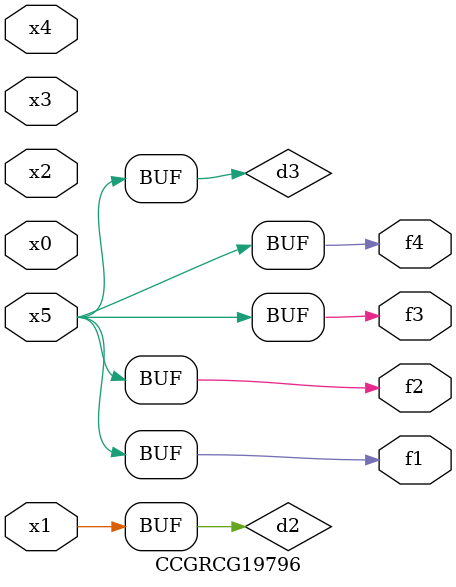
<source format=v>
module CCGRCG19796(
	input x0, x1, x2, x3, x4, x5,
	output f1, f2, f3, f4
);

	wire d1, d2, d3;

	not (d1, x5);
	or (d2, x1);
	xnor (d3, d1);
	assign f1 = d3;
	assign f2 = d3;
	assign f3 = d3;
	assign f4 = d3;
endmodule

</source>
